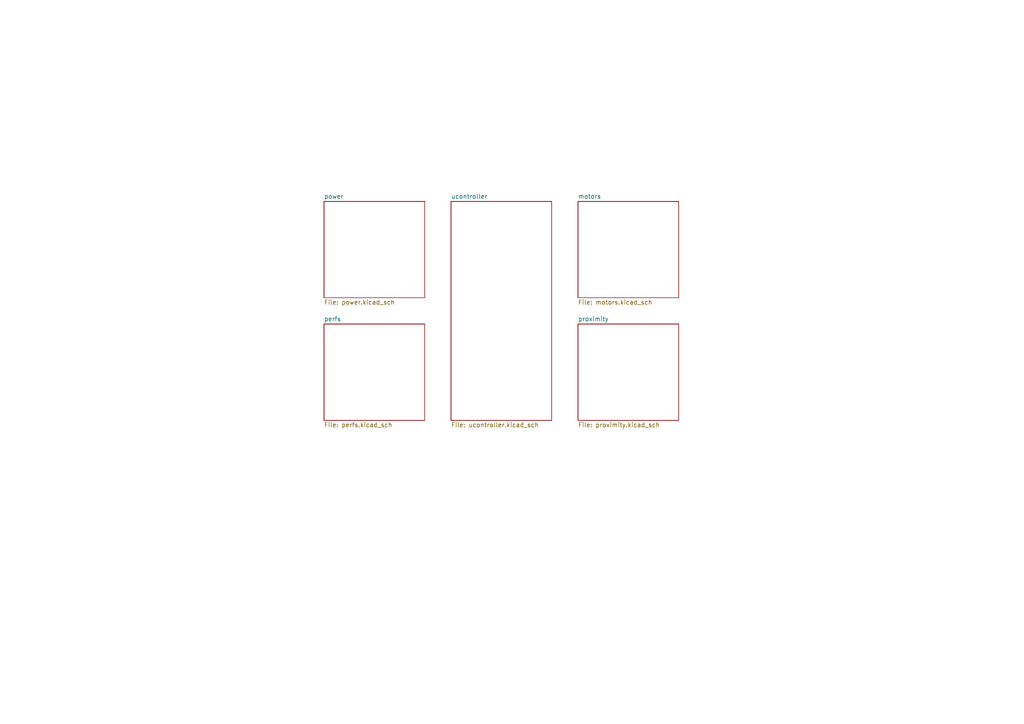
<source format=kicad_sch>
(kicad_sch (version 20211123) (generator eeschema)
  (paper "A4")
  (lib_symbols)
  (sheet (at 167.64 58.42) (size 29.21 27.94) (stroke (width 0.1524))
    (property "Sheet name" "motors" (at 167.64 57.7084 0) (effects (justify left bottom)))
    (property "Sheet file" "motors.kicad_sch" (at 167.64 86.9446 0) (effects (justify left top)))
  )
  (sheet (at 167.64 93.98) (size 29.21 27.94) (stroke (width 0.1524))
    (property "Sheet name" "proximity" (at 167.64 93.2684 0) (effects (justify left bottom)))
    (property "Sheet file" "proximity.kicad_sch" (at 167.64 122.5046 0) (effects (justify left top)))
  )
  (sheet (at 93.98 58.42) (size 29.21 27.94) (stroke (width 0.1524))
    (property "Sheet name" "power" (at 93.98 57.7084 0) (effects (justify left bottom)))
    (property "Sheet file" "power.kicad_sch" (at 93.98 86.9446 0) (effects (justify left top)))
  )
  (sheet (at 130.81 58.42) (size 29.21 63.5) (stroke (width 0.1524))
    (property "Sheet name" "ucontroller" (at 130.81 57.7084 0) (effects (justify left bottom)))
    (property "Sheet file" "ucontroller.kicad_sch" (at 130.81 122.5046 0) (effects (justify left top)))
  )
  (sheet (at 93.98 93.98) (size 29.21 27.94) (stroke (width 0.1524))
    (property "Sheet name" "perfs" (at 93.98 93.2684 0) (effects (justify left bottom)))
    (property "Sheet file" "perfs.kicad_sch" (at 93.98 122.5046 0) (effects (justify left top)))
  )
)
</source>
